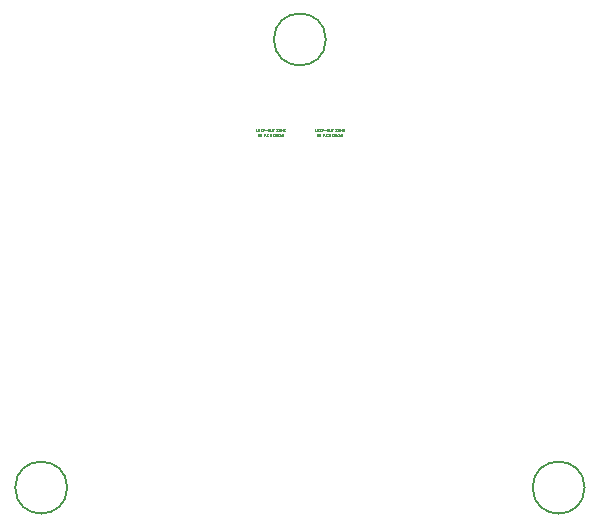
<source format=gbr>
%TF.GenerationSoftware,KiCad,Pcbnew,8.0.2*%
%TF.CreationDate,2024-05-13T19:17:35-04:00*%
%TF.ProjectId,BaseStation,42617365-5374-4617-9469-6f6e2e6b6963,rev?*%
%TF.SameCoordinates,Original*%
%TF.FileFunction,Other,Comment*%
%FSLAX46Y46*%
G04 Gerber Fmt 4.6, Leading zero omitted, Abs format (unit mm)*
G04 Created by KiCad (PCBNEW 8.0.2) date 2024-05-13 19:17:35*
%MOMM*%
%LPD*%
G01*
G04 APERTURE LIST*
%ADD10C,0.030000*%
%ADD11C,0.150000*%
G04 APERTURE END LIST*
D10*
X72619047Y-63028963D02*
X72619047Y-62828963D01*
X72619047Y-62828963D02*
X72733332Y-63028963D01*
X72733332Y-63028963D02*
X72733332Y-62828963D01*
X72857142Y-63028963D02*
X72838094Y-63019440D01*
X72838094Y-63019440D02*
X72828571Y-63009916D01*
X72828571Y-63009916D02*
X72819047Y-62990868D01*
X72819047Y-62990868D02*
X72819047Y-62933725D01*
X72819047Y-62933725D02*
X72828571Y-62914678D01*
X72828571Y-62914678D02*
X72838094Y-62905154D01*
X72838094Y-62905154D02*
X72857142Y-62895630D01*
X72857142Y-62895630D02*
X72885713Y-62895630D01*
X72885713Y-62895630D02*
X72904761Y-62905154D01*
X72904761Y-62905154D02*
X72914285Y-62914678D01*
X72914285Y-62914678D02*
X72923809Y-62933725D01*
X72923809Y-62933725D02*
X72923809Y-62990868D01*
X72923809Y-62990868D02*
X72914285Y-63009916D01*
X72914285Y-63009916D02*
X72904761Y-63019440D01*
X72904761Y-63019440D02*
X72885713Y-63028963D01*
X72885713Y-63028963D02*
X72857142Y-63028963D01*
X73228570Y-62924201D02*
X73161904Y-62924201D01*
X73161904Y-63028963D02*
X73161904Y-62828963D01*
X73161904Y-62828963D02*
X73257142Y-62828963D01*
X73333333Y-63009916D02*
X73342856Y-63019440D01*
X73342856Y-63019440D02*
X73333333Y-63028963D01*
X73333333Y-63028963D02*
X73323809Y-63019440D01*
X73323809Y-63019440D02*
X73333333Y-63009916D01*
X73333333Y-63009916D02*
X73333333Y-63028963D01*
X73542856Y-63009916D02*
X73533332Y-63019440D01*
X73533332Y-63019440D02*
X73504761Y-63028963D01*
X73504761Y-63028963D02*
X73485713Y-63028963D01*
X73485713Y-63028963D02*
X73457142Y-63019440D01*
X73457142Y-63019440D02*
X73438094Y-63000392D01*
X73438094Y-63000392D02*
X73428571Y-62981344D01*
X73428571Y-62981344D02*
X73419047Y-62943249D01*
X73419047Y-62943249D02*
X73419047Y-62914678D01*
X73419047Y-62914678D02*
X73428571Y-62876582D01*
X73428571Y-62876582D02*
X73438094Y-62857535D01*
X73438094Y-62857535D02*
X73457142Y-62838487D01*
X73457142Y-62838487D02*
X73485713Y-62828963D01*
X73485713Y-62828963D02*
X73504761Y-62828963D01*
X73504761Y-62828963D02*
X73533332Y-62838487D01*
X73533332Y-62838487D02*
X73542856Y-62848011D01*
X73714285Y-62895630D02*
X73714285Y-63028963D01*
X73628571Y-62895630D02*
X73628571Y-63000392D01*
X73628571Y-63000392D02*
X73638094Y-63019440D01*
X73638094Y-63019440D02*
X73657142Y-63028963D01*
X73657142Y-63028963D02*
X73685713Y-63028963D01*
X73685713Y-63028963D02*
X73704761Y-63019440D01*
X73704761Y-63019440D02*
X73714285Y-63009916D01*
X73933332Y-62895630D02*
X74009523Y-62895630D01*
X73961904Y-62828963D02*
X73961904Y-63000392D01*
X73961904Y-63000392D02*
X73971427Y-63019440D01*
X73971427Y-63019440D02*
X73990475Y-63028963D01*
X73990475Y-63028963D02*
X74009523Y-63028963D01*
X74076190Y-63028963D02*
X74076190Y-62895630D01*
X74076190Y-62933725D02*
X74085713Y-62914678D01*
X74085713Y-62914678D02*
X74095237Y-62905154D01*
X74095237Y-62905154D02*
X74114285Y-62895630D01*
X74114285Y-62895630D02*
X74133332Y-62895630D01*
X74285714Y-63028963D02*
X74285714Y-62924201D01*
X74285714Y-62924201D02*
X74276190Y-62905154D01*
X74276190Y-62905154D02*
X74257142Y-62895630D01*
X74257142Y-62895630D02*
X74219047Y-62895630D01*
X74219047Y-62895630D02*
X74200000Y-62905154D01*
X74285714Y-63019440D02*
X74266666Y-63028963D01*
X74266666Y-63028963D02*
X74219047Y-63028963D01*
X74219047Y-63028963D02*
X74200000Y-63019440D01*
X74200000Y-63019440D02*
X74190476Y-63000392D01*
X74190476Y-63000392D02*
X74190476Y-62981344D01*
X74190476Y-62981344D02*
X74200000Y-62962297D01*
X74200000Y-62962297D02*
X74219047Y-62952773D01*
X74219047Y-62952773D02*
X74266666Y-62952773D01*
X74266666Y-62952773D02*
X74285714Y-62943249D01*
X74466666Y-63019440D02*
X74447618Y-63028963D01*
X74447618Y-63028963D02*
X74409523Y-63028963D01*
X74409523Y-63028963D02*
X74390475Y-63019440D01*
X74390475Y-63019440D02*
X74380952Y-63009916D01*
X74380952Y-63009916D02*
X74371428Y-62990868D01*
X74371428Y-62990868D02*
X74371428Y-62933725D01*
X74371428Y-62933725D02*
X74380952Y-62914678D01*
X74380952Y-62914678D02*
X74390475Y-62905154D01*
X74390475Y-62905154D02*
X74409523Y-62895630D01*
X74409523Y-62895630D02*
X74447618Y-62895630D01*
X74447618Y-62895630D02*
X74466666Y-62905154D01*
X74552381Y-63028963D02*
X74552381Y-62828963D01*
X74571428Y-62952773D02*
X74628571Y-63028963D01*
X74628571Y-62895630D02*
X74552381Y-62971820D01*
X74704762Y-63019440D02*
X74723809Y-63028963D01*
X74723809Y-63028963D02*
X74761905Y-63028963D01*
X74761905Y-63028963D02*
X74780952Y-63019440D01*
X74780952Y-63019440D02*
X74790476Y-63000392D01*
X74790476Y-63000392D02*
X74790476Y-62990868D01*
X74790476Y-62990868D02*
X74780952Y-62971820D01*
X74780952Y-62971820D02*
X74761905Y-62962297D01*
X74761905Y-62962297D02*
X74733333Y-62962297D01*
X74733333Y-62962297D02*
X74714286Y-62952773D01*
X74714286Y-62952773D02*
X74704762Y-62933725D01*
X74704762Y-62933725D02*
X74704762Y-62924201D01*
X74704762Y-62924201D02*
X74714286Y-62905154D01*
X74714286Y-62905154D02*
X74733333Y-62895630D01*
X74733333Y-62895630D02*
X74761905Y-62895630D01*
X74761905Y-62895630D02*
X74780952Y-62905154D01*
X77619047Y-63028963D02*
X77619047Y-62828963D01*
X77619047Y-62828963D02*
X77733332Y-63028963D01*
X77733332Y-63028963D02*
X77733332Y-62828963D01*
X77857142Y-63028963D02*
X77838094Y-63019440D01*
X77838094Y-63019440D02*
X77828571Y-63009916D01*
X77828571Y-63009916D02*
X77819047Y-62990868D01*
X77819047Y-62990868D02*
X77819047Y-62933725D01*
X77819047Y-62933725D02*
X77828571Y-62914678D01*
X77828571Y-62914678D02*
X77838094Y-62905154D01*
X77838094Y-62905154D02*
X77857142Y-62895630D01*
X77857142Y-62895630D02*
X77885713Y-62895630D01*
X77885713Y-62895630D02*
X77904761Y-62905154D01*
X77904761Y-62905154D02*
X77914285Y-62914678D01*
X77914285Y-62914678D02*
X77923809Y-62933725D01*
X77923809Y-62933725D02*
X77923809Y-62990868D01*
X77923809Y-62990868D02*
X77914285Y-63009916D01*
X77914285Y-63009916D02*
X77904761Y-63019440D01*
X77904761Y-63019440D02*
X77885713Y-63028963D01*
X77885713Y-63028963D02*
X77857142Y-63028963D01*
X78228570Y-62924201D02*
X78161904Y-62924201D01*
X78161904Y-63028963D02*
X78161904Y-62828963D01*
X78161904Y-62828963D02*
X78257142Y-62828963D01*
X78333333Y-63009916D02*
X78342856Y-63019440D01*
X78342856Y-63019440D02*
X78333333Y-63028963D01*
X78333333Y-63028963D02*
X78323809Y-63019440D01*
X78323809Y-63019440D02*
X78333333Y-63009916D01*
X78333333Y-63009916D02*
X78333333Y-63028963D01*
X78542856Y-63009916D02*
X78533332Y-63019440D01*
X78533332Y-63019440D02*
X78504761Y-63028963D01*
X78504761Y-63028963D02*
X78485713Y-63028963D01*
X78485713Y-63028963D02*
X78457142Y-63019440D01*
X78457142Y-63019440D02*
X78438094Y-63000392D01*
X78438094Y-63000392D02*
X78428571Y-62981344D01*
X78428571Y-62981344D02*
X78419047Y-62943249D01*
X78419047Y-62943249D02*
X78419047Y-62914678D01*
X78419047Y-62914678D02*
X78428571Y-62876582D01*
X78428571Y-62876582D02*
X78438094Y-62857535D01*
X78438094Y-62857535D02*
X78457142Y-62838487D01*
X78457142Y-62838487D02*
X78485713Y-62828963D01*
X78485713Y-62828963D02*
X78504761Y-62828963D01*
X78504761Y-62828963D02*
X78533332Y-62838487D01*
X78533332Y-62838487D02*
X78542856Y-62848011D01*
X78714285Y-62895630D02*
X78714285Y-63028963D01*
X78628571Y-62895630D02*
X78628571Y-63000392D01*
X78628571Y-63000392D02*
X78638094Y-63019440D01*
X78638094Y-63019440D02*
X78657142Y-63028963D01*
X78657142Y-63028963D02*
X78685713Y-63028963D01*
X78685713Y-63028963D02*
X78704761Y-63019440D01*
X78704761Y-63019440D02*
X78714285Y-63009916D01*
X78933332Y-62895630D02*
X79009523Y-62895630D01*
X78961904Y-62828963D02*
X78961904Y-63000392D01*
X78961904Y-63000392D02*
X78971427Y-63019440D01*
X78971427Y-63019440D02*
X78990475Y-63028963D01*
X78990475Y-63028963D02*
X79009523Y-63028963D01*
X79076190Y-63028963D02*
X79076190Y-62895630D01*
X79076190Y-62933725D02*
X79085713Y-62914678D01*
X79085713Y-62914678D02*
X79095237Y-62905154D01*
X79095237Y-62905154D02*
X79114285Y-62895630D01*
X79114285Y-62895630D02*
X79133332Y-62895630D01*
X79285714Y-63028963D02*
X79285714Y-62924201D01*
X79285714Y-62924201D02*
X79276190Y-62905154D01*
X79276190Y-62905154D02*
X79257142Y-62895630D01*
X79257142Y-62895630D02*
X79219047Y-62895630D01*
X79219047Y-62895630D02*
X79200000Y-62905154D01*
X79285714Y-63019440D02*
X79266666Y-63028963D01*
X79266666Y-63028963D02*
X79219047Y-63028963D01*
X79219047Y-63028963D02*
X79200000Y-63019440D01*
X79200000Y-63019440D02*
X79190476Y-63000392D01*
X79190476Y-63000392D02*
X79190476Y-62981344D01*
X79190476Y-62981344D02*
X79200000Y-62962297D01*
X79200000Y-62962297D02*
X79219047Y-62952773D01*
X79219047Y-62952773D02*
X79266666Y-62952773D01*
X79266666Y-62952773D02*
X79285714Y-62943249D01*
X79466666Y-63019440D02*
X79447618Y-63028963D01*
X79447618Y-63028963D02*
X79409523Y-63028963D01*
X79409523Y-63028963D02*
X79390475Y-63019440D01*
X79390475Y-63019440D02*
X79380952Y-63009916D01*
X79380952Y-63009916D02*
X79371428Y-62990868D01*
X79371428Y-62990868D02*
X79371428Y-62933725D01*
X79371428Y-62933725D02*
X79380952Y-62914678D01*
X79380952Y-62914678D02*
X79390475Y-62905154D01*
X79390475Y-62905154D02*
X79409523Y-62895630D01*
X79409523Y-62895630D02*
X79447618Y-62895630D01*
X79447618Y-62895630D02*
X79466666Y-62905154D01*
X79552381Y-63028963D02*
X79552381Y-62828963D01*
X79571428Y-62952773D02*
X79628571Y-63028963D01*
X79628571Y-62895630D02*
X79552381Y-62971820D01*
X79704762Y-63019440D02*
X79723809Y-63028963D01*
X79723809Y-63028963D02*
X79761905Y-63028963D01*
X79761905Y-63028963D02*
X79780952Y-63019440D01*
X79780952Y-63019440D02*
X79790476Y-63000392D01*
X79790476Y-63000392D02*
X79790476Y-62990868D01*
X79790476Y-62990868D02*
X79780952Y-62971820D01*
X79780952Y-62971820D02*
X79761905Y-62962297D01*
X79761905Y-62962297D02*
X79733333Y-62962297D01*
X79733333Y-62962297D02*
X79714286Y-62952773D01*
X79714286Y-62952773D02*
X79704762Y-62933725D01*
X79704762Y-62933725D02*
X79704762Y-62924201D01*
X79704762Y-62924201D02*
X79714286Y-62905154D01*
X79714286Y-62905154D02*
X79733333Y-62895630D01*
X79733333Y-62895630D02*
X79761905Y-62895630D01*
X79761905Y-62895630D02*
X79780952Y-62905154D01*
X72485715Y-62628963D02*
X72485715Y-62428963D01*
X72600000Y-62628963D02*
X72514286Y-62514678D01*
X72600000Y-62428963D02*
X72485715Y-62543249D01*
X72685715Y-62524201D02*
X72752381Y-62524201D01*
X72780953Y-62628963D02*
X72685715Y-62628963D01*
X72685715Y-62628963D02*
X72685715Y-62428963D01*
X72685715Y-62428963D02*
X72780953Y-62428963D01*
X72866667Y-62524201D02*
X72933333Y-62524201D01*
X72961905Y-62628963D02*
X72866667Y-62628963D01*
X72866667Y-62628963D02*
X72866667Y-62428963D01*
X72866667Y-62428963D02*
X72961905Y-62428963D01*
X73047619Y-62628963D02*
X73047619Y-62428963D01*
X73047619Y-62428963D02*
X73123809Y-62428963D01*
X73123809Y-62428963D02*
X73142857Y-62438487D01*
X73142857Y-62438487D02*
X73152380Y-62448011D01*
X73152380Y-62448011D02*
X73161904Y-62467059D01*
X73161904Y-62467059D02*
X73161904Y-62495630D01*
X73161904Y-62495630D02*
X73152380Y-62514678D01*
X73152380Y-62514678D02*
X73142857Y-62524201D01*
X73142857Y-62524201D02*
X73123809Y-62533725D01*
X73123809Y-62533725D02*
X73047619Y-62533725D01*
X73247619Y-62552773D02*
X73400000Y-62552773D01*
X73533333Y-62428963D02*
X73571428Y-62428963D01*
X73571428Y-62428963D02*
X73590476Y-62438487D01*
X73590476Y-62438487D02*
X73609523Y-62457535D01*
X73609523Y-62457535D02*
X73619047Y-62495630D01*
X73619047Y-62495630D02*
X73619047Y-62562297D01*
X73619047Y-62562297D02*
X73609523Y-62600392D01*
X73609523Y-62600392D02*
X73590476Y-62619440D01*
X73590476Y-62619440D02*
X73571428Y-62628963D01*
X73571428Y-62628963D02*
X73533333Y-62628963D01*
X73533333Y-62628963D02*
X73514285Y-62619440D01*
X73514285Y-62619440D02*
X73495238Y-62600392D01*
X73495238Y-62600392D02*
X73485714Y-62562297D01*
X73485714Y-62562297D02*
X73485714Y-62495630D01*
X73485714Y-62495630D02*
X73495238Y-62457535D01*
X73495238Y-62457535D02*
X73514285Y-62438487D01*
X73514285Y-62438487D02*
X73533333Y-62428963D01*
X73704762Y-62428963D02*
X73704762Y-62590868D01*
X73704762Y-62590868D02*
X73714285Y-62609916D01*
X73714285Y-62609916D02*
X73723809Y-62619440D01*
X73723809Y-62619440D02*
X73742857Y-62628963D01*
X73742857Y-62628963D02*
X73780952Y-62628963D01*
X73780952Y-62628963D02*
X73800000Y-62619440D01*
X73800000Y-62619440D02*
X73809523Y-62609916D01*
X73809523Y-62609916D02*
X73819047Y-62590868D01*
X73819047Y-62590868D02*
X73819047Y-62428963D01*
X73885714Y-62428963D02*
X74000000Y-62428963D01*
X73942857Y-62628963D02*
X73942857Y-62428963D01*
X74200000Y-62428963D02*
X74333333Y-62428963D01*
X74333333Y-62428963D02*
X74200000Y-62628963D01*
X74200000Y-62628963D02*
X74333333Y-62628963D01*
X74447619Y-62428963D02*
X74485714Y-62428963D01*
X74485714Y-62428963D02*
X74504762Y-62438487D01*
X74504762Y-62438487D02*
X74523809Y-62457535D01*
X74523809Y-62457535D02*
X74533333Y-62495630D01*
X74533333Y-62495630D02*
X74533333Y-62562297D01*
X74533333Y-62562297D02*
X74523809Y-62600392D01*
X74523809Y-62600392D02*
X74504762Y-62619440D01*
X74504762Y-62619440D02*
X74485714Y-62628963D01*
X74485714Y-62628963D02*
X74447619Y-62628963D01*
X74447619Y-62628963D02*
X74428571Y-62619440D01*
X74428571Y-62619440D02*
X74409524Y-62600392D01*
X74409524Y-62600392D02*
X74400000Y-62562297D01*
X74400000Y-62562297D02*
X74400000Y-62495630D01*
X74400000Y-62495630D02*
X74409524Y-62457535D01*
X74409524Y-62457535D02*
X74428571Y-62438487D01*
X74428571Y-62438487D02*
X74447619Y-62428963D01*
X74619048Y-62628963D02*
X74619048Y-62428963D01*
X74619048Y-62428963D02*
X74733333Y-62628963D01*
X74733333Y-62628963D02*
X74733333Y-62428963D01*
X74828572Y-62524201D02*
X74895238Y-62524201D01*
X74923810Y-62628963D02*
X74828572Y-62628963D01*
X74828572Y-62628963D02*
X74828572Y-62428963D01*
X74828572Y-62428963D02*
X74923810Y-62428963D01*
X77485715Y-62628963D02*
X77485715Y-62428963D01*
X77600000Y-62628963D02*
X77514286Y-62514678D01*
X77600000Y-62428963D02*
X77485715Y-62543249D01*
X77685715Y-62524201D02*
X77752381Y-62524201D01*
X77780953Y-62628963D02*
X77685715Y-62628963D01*
X77685715Y-62628963D02*
X77685715Y-62428963D01*
X77685715Y-62428963D02*
X77780953Y-62428963D01*
X77866667Y-62524201D02*
X77933333Y-62524201D01*
X77961905Y-62628963D02*
X77866667Y-62628963D01*
X77866667Y-62628963D02*
X77866667Y-62428963D01*
X77866667Y-62428963D02*
X77961905Y-62428963D01*
X78047619Y-62628963D02*
X78047619Y-62428963D01*
X78047619Y-62428963D02*
X78123809Y-62428963D01*
X78123809Y-62428963D02*
X78142857Y-62438487D01*
X78142857Y-62438487D02*
X78152380Y-62448011D01*
X78152380Y-62448011D02*
X78161904Y-62467059D01*
X78161904Y-62467059D02*
X78161904Y-62495630D01*
X78161904Y-62495630D02*
X78152380Y-62514678D01*
X78152380Y-62514678D02*
X78142857Y-62524201D01*
X78142857Y-62524201D02*
X78123809Y-62533725D01*
X78123809Y-62533725D02*
X78047619Y-62533725D01*
X78247619Y-62552773D02*
X78400000Y-62552773D01*
X78533333Y-62428963D02*
X78571428Y-62428963D01*
X78571428Y-62428963D02*
X78590476Y-62438487D01*
X78590476Y-62438487D02*
X78609523Y-62457535D01*
X78609523Y-62457535D02*
X78619047Y-62495630D01*
X78619047Y-62495630D02*
X78619047Y-62562297D01*
X78619047Y-62562297D02*
X78609523Y-62600392D01*
X78609523Y-62600392D02*
X78590476Y-62619440D01*
X78590476Y-62619440D02*
X78571428Y-62628963D01*
X78571428Y-62628963D02*
X78533333Y-62628963D01*
X78533333Y-62628963D02*
X78514285Y-62619440D01*
X78514285Y-62619440D02*
X78495238Y-62600392D01*
X78495238Y-62600392D02*
X78485714Y-62562297D01*
X78485714Y-62562297D02*
X78485714Y-62495630D01*
X78485714Y-62495630D02*
X78495238Y-62457535D01*
X78495238Y-62457535D02*
X78514285Y-62438487D01*
X78514285Y-62438487D02*
X78533333Y-62428963D01*
X78704762Y-62428963D02*
X78704762Y-62590868D01*
X78704762Y-62590868D02*
X78714285Y-62609916D01*
X78714285Y-62609916D02*
X78723809Y-62619440D01*
X78723809Y-62619440D02*
X78742857Y-62628963D01*
X78742857Y-62628963D02*
X78780952Y-62628963D01*
X78780952Y-62628963D02*
X78800000Y-62619440D01*
X78800000Y-62619440D02*
X78809523Y-62609916D01*
X78809523Y-62609916D02*
X78819047Y-62590868D01*
X78819047Y-62590868D02*
X78819047Y-62428963D01*
X78885714Y-62428963D02*
X79000000Y-62428963D01*
X78942857Y-62628963D02*
X78942857Y-62428963D01*
X79200000Y-62428963D02*
X79333333Y-62428963D01*
X79333333Y-62428963D02*
X79200000Y-62628963D01*
X79200000Y-62628963D02*
X79333333Y-62628963D01*
X79447619Y-62428963D02*
X79485714Y-62428963D01*
X79485714Y-62428963D02*
X79504762Y-62438487D01*
X79504762Y-62438487D02*
X79523809Y-62457535D01*
X79523809Y-62457535D02*
X79533333Y-62495630D01*
X79533333Y-62495630D02*
X79533333Y-62562297D01*
X79533333Y-62562297D02*
X79523809Y-62600392D01*
X79523809Y-62600392D02*
X79504762Y-62619440D01*
X79504762Y-62619440D02*
X79485714Y-62628963D01*
X79485714Y-62628963D02*
X79447619Y-62628963D01*
X79447619Y-62628963D02*
X79428571Y-62619440D01*
X79428571Y-62619440D02*
X79409524Y-62600392D01*
X79409524Y-62600392D02*
X79400000Y-62562297D01*
X79400000Y-62562297D02*
X79400000Y-62495630D01*
X79400000Y-62495630D02*
X79409524Y-62457535D01*
X79409524Y-62457535D02*
X79428571Y-62438487D01*
X79428571Y-62438487D02*
X79447619Y-62428963D01*
X79619048Y-62628963D02*
X79619048Y-62428963D01*
X79619048Y-62428963D02*
X79733333Y-62628963D01*
X79733333Y-62628963D02*
X79733333Y-62428963D01*
X79828572Y-62524201D02*
X79895238Y-62524201D01*
X79923810Y-62628963D02*
X79828572Y-62628963D01*
X79828572Y-62628963D02*
X79828572Y-62428963D01*
X79828572Y-62428963D02*
X79923810Y-62428963D01*
D11*
%TO.C,REF\u002A\u002A*%
X100304570Y-92803828D02*
G75*
G02*
X95904570Y-92803828I-2200000J0D01*
G01*
X95904570Y-92803828D02*
G75*
G02*
X100304570Y-92803828I2200000J0D01*
G01*
X56495430Y-92803828D02*
G75*
G02*
X52095430Y-92803828I-2200000J0D01*
G01*
X52095430Y-92803828D02*
G75*
G02*
X56495430Y-92803828I2200000J0D01*
G01*
X78400000Y-54864000D02*
G75*
G02*
X74000000Y-54864000I-2200000J0D01*
G01*
X74000000Y-54864000D02*
G75*
G02*
X78400000Y-54864000I2200000J0D01*
G01*
%TD*%
M02*

</source>
